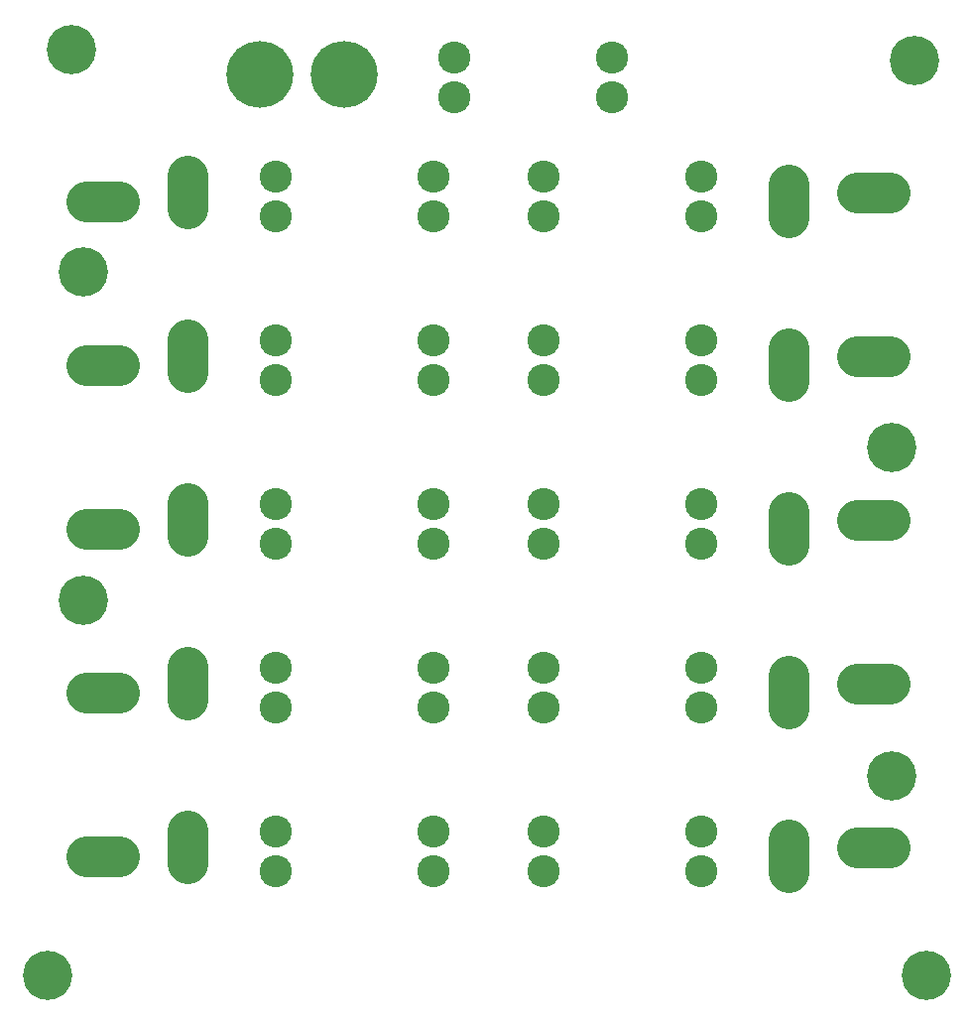
<source format=gbs>
G04 Layer: BottomSolderMaskLayer*
G04 EasyEDA v6.5.5, 2022-06-01 22:09:19*
G04 f343101900314467833159393b3af33e,c96cdaf6a0e44fa3bb1e134f2b5c86cb,10*
G04 Gerber Generator version 0.2*
G04 Scale: 100 percent, Rotated: No, Reflected: No *
G04 Dimensions in millimeters *
G04 leading zeros omitted , absolute positions ,4 integer and 5 decimal *
%FSLAX45Y45*%
%MOMM*%

%ADD21C,3.5052*%
%ADD23C,5.7023*%
%ADD24C,2.7432*%
%ADD26C,4.2032*%

%LPD*%
D21*
X1694205Y-1882089D02*
G01*
X1694205Y-2161489D01*
X830605Y-2097989D02*
G01*
X1110005Y-2097989D01*
X1694205Y-3279089D02*
G01*
X1694205Y-3558489D01*
X830605Y-3494989D02*
G01*
X1110005Y-3494989D01*
X1694205Y-4676089D02*
G01*
X1694205Y-4955489D01*
X830605Y-4891989D02*
G01*
X1110005Y-4891989D01*
X1694205Y-6073089D02*
G01*
X1694205Y-6352489D01*
X830605Y-6288989D02*
G01*
X1110005Y-6288989D01*
X1694205Y-7470089D02*
G01*
X1694205Y-7749489D01*
X830605Y-7685989D02*
G01*
X1110005Y-7685989D01*
X6825005Y-2237689D02*
G01*
X6825005Y-1958289D01*
X7688605Y-2021789D02*
G01*
X7409205Y-2021789D01*
X6825005Y-3634689D02*
G01*
X6825005Y-3355289D01*
X7688605Y-3418789D02*
G01*
X7409205Y-3418789D01*
X6825005Y-5031689D02*
G01*
X6825005Y-4752289D01*
X7688605Y-4815789D02*
G01*
X7409205Y-4815789D01*
X6825005Y-6428689D02*
G01*
X6825005Y-6149289D01*
X7688605Y-6212789D02*
G01*
X7409205Y-6212789D01*
X6825005Y-7825689D02*
G01*
X6825005Y-7546289D01*
X7688605Y-7609789D02*
G01*
X7409205Y-7609789D01*
D23*
G01*
X2307005Y-1016000D03*
G01*
X3026994Y-1016000D03*
D24*
G01*
X3967505Y-873683D03*
G01*
X3967505Y-1214069D03*
G01*
X5313705Y-873683D03*
G01*
X5313705Y-1214069D03*
G01*
X3789705Y-2230094D03*
G01*
X3789705Y-1889709D03*
G01*
X2443505Y-2230094D03*
G01*
X2443505Y-1889709D03*
G01*
X3789705Y-3627094D03*
G01*
X3789705Y-3286709D03*
G01*
X2443505Y-3627094D03*
G01*
X2443505Y-3286709D03*
G01*
X3789705Y-5024094D03*
G01*
X3789705Y-4683709D03*
G01*
X2443505Y-5024094D03*
G01*
X2443505Y-4683709D03*
G01*
X3789705Y-6421094D03*
G01*
X3789705Y-6080709D03*
G01*
X2443505Y-6421094D03*
G01*
X2443505Y-6080709D03*
G01*
X3789705Y-7818094D03*
G01*
X3789705Y-7477709D03*
G01*
X2443505Y-7818094D03*
G01*
X2443505Y-7477709D03*
G01*
X4729505Y-1889683D03*
G01*
X4729505Y-2230069D03*
G01*
X6075705Y-1889683D03*
G01*
X6075705Y-2230069D03*
G01*
X4729505Y-3286683D03*
G01*
X4729505Y-3627069D03*
G01*
X6075705Y-3286683D03*
G01*
X6075705Y-3627069D03*
G01*
X4729505Y-4683683D03*
G01*
X4729505Y-5024069D03*
G01*
X6075705Y-4683683D03*
G01*
X6075705Y-5024069D03*
G01*
X4729505Y-6080683D03*
G01*
X4729505Y-6421069D03*
G01*
X6075705Y-6080683D03*
G01*
X6075705Y-6421069D03*
G01*
X4729505Y-7477683D03*
G01*
X4729505Y-7818069D03*
G01*
X6075705Y-7477683D03*
G01*
X6075705Y-7818069D03*
D26*
G01*
X699998Y-799998D03*
G01*
X7900009Y-899998D03*
G01*
X8000009Y-8700008D03*
G01*
X499998Y-8700008D03*
G01*
X7700009Y-7000011D03*
G01*
X7700009Y-4199991D03*
G01*
X799998Y-5499988D03*
G01*
X799998Y-2699994D03*
M02*

</source>
